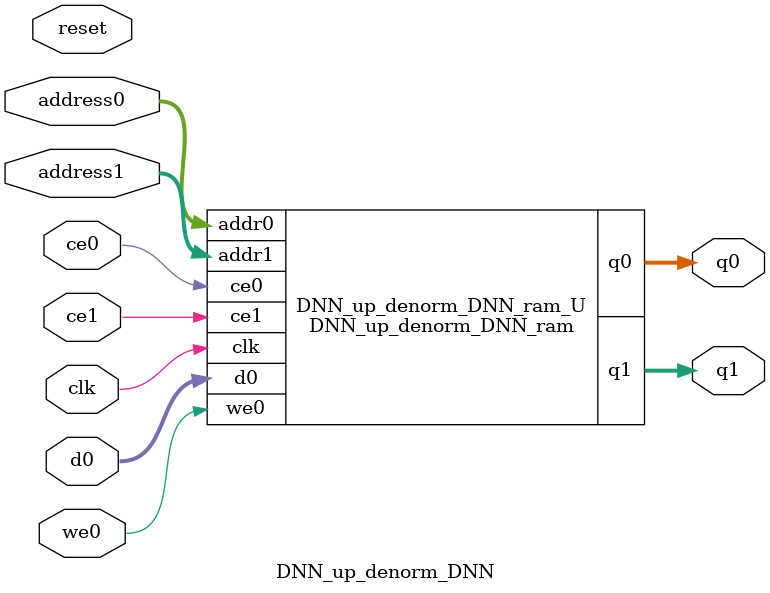
<source format=v>
`timescale 1 ns / 1 ps
module DNN_up_denorm_DNN_ram (addr0, ce0, d0, we0, q0, addr1, ce1, q1,  clk);

parameter DWIDTH = 32;
parameter AWIDTH = 7;
parameter MEM_SIZE = 104;

input[AWIDTH-1:0] addr0;
input ce0;
input[DWIDTH-1:0] d0;
input we0;
output reg[DWIDTH-1:0] q0;
input[AWIDTH-1:0] addr1;
input ce1;
output reg[DWIDTH-1:0] q1;
input clk;

(* ram_style = "block" *)reg [DWIDTH-1:0] ram[0:MEM_SIZE-1];




always @(posedge clk)  
begin 
    if (ce0) 
    begin
        if (we0) 
        begin 
            ram[addr0] <= d0; 
        end 
        q0 <= ram[addr0];
    end
end


always @(posedge clk)  
begin 
    if (ce1) 
    begin
        q1 <= ram[addr1];
    end
end


endmodule

`timescale 1 ns / 1 ps
module DNN_up_denorm_DNN(
    reset,
    clk,
    address0,
    ce0,
    we0,
    d0,
    q0,
    address1,
    ce1,
    q1);

parameter DataWidth = 32'd32;
parameter AddressRange = 32'd104;
parameter AddressWidth = 32'd7;
input reset;
input clk;
input[AddressWidth - 1:0] address0;
input ce0;
input we0;
input[DataWidth - 1:0] d0;
output[DataWidth - 1:0] q0;
input[AddressWidth - 1:0] address1;
input ce1;
output[DataWidth - 1:0] q1;



DNN_up_denorm_DNN_ram DNN_up_denorm_DNN_ram_U(
    .clk( clk ),
    .addr0( address0 ),
    .ce0( ce0 ),
    .we0( we0 ),
    .d0( d0 ),
    .q0( q0 ),
    .addr1( address1 ),
    .ce1( ce1 ),
    .q1( q1 ));

endmodule


</source>
